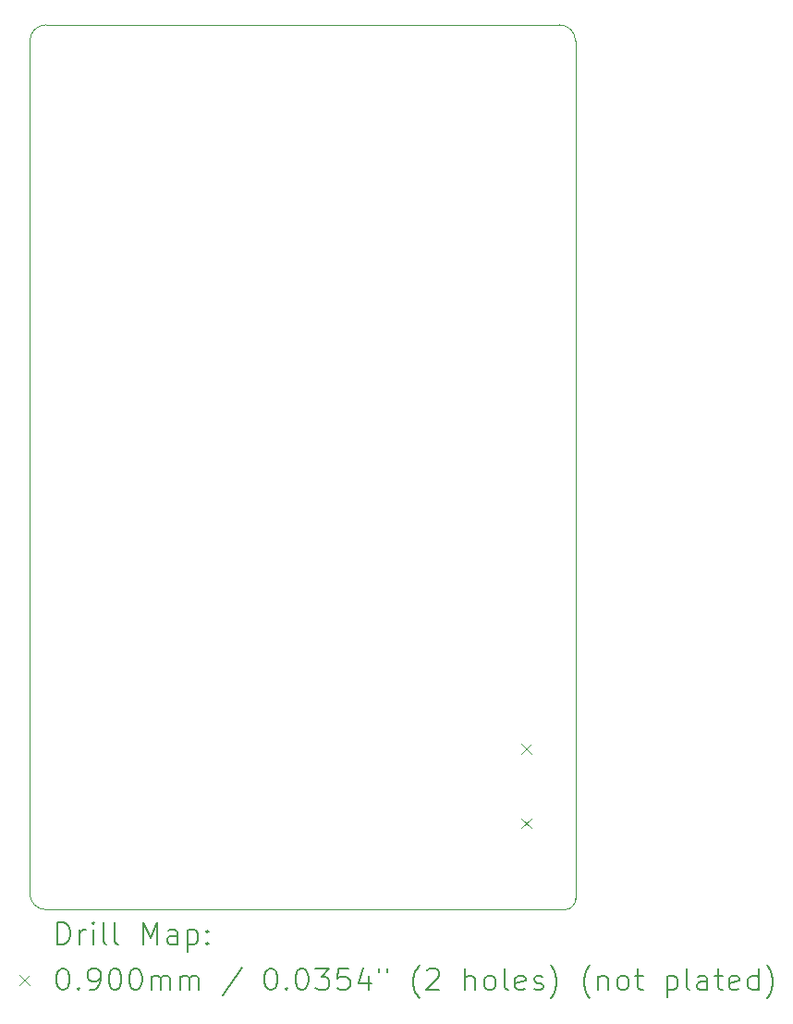
<source format=gbr>
%TF.GenerationSoftware,KiCad,Pcbnew,7.0.10-7.0.10~ubuntu22.04.1*%
%TF.CreationDate,2024-04-30T07:38:53+03:00*%
%TF.ProjectId,imu-mouse,696d752d-6d6f-4757-9365-2e6b69636164,v1*%
%TF.SameCoordinates,Original*%
%TF.FileFunction,Drillmap*%
%TF.FilePolarity,Positive*%
%FSLAX45Y45*%
G04 Gerber Fmt 4.5, Leading zero omitted, Abs format (unit mm)*
G04 Created by KiCad (PCBNEW 7.0.10-7.0.10~ubuntu22.04.1) date 2024-04-30 07:38:53*
%MOMM*%
%LPD*%
G01*
G04 APERTURE LIST*
%ADD10C,0.100000*%
%ADD11C,0.200000*%
G04 APERTURE END LIST*
D10*
X11850000Y-20350000D02*
G75*
G03*
X11950000Y-20250000I0J100000D01*
G01*
X11950000Y-12400000D02*
G75*
G03*
X11800000Y-12250000I-150000J0D01*
G01*
X6950000Y-20200000D02*
X6950000Y-12400000D01*
X6950000Y-20200000D02*
G75*
G03*
X7100000Y-20350000I150000J0D01*
G01*
X7100000Y-12250000D02*
X11800000Y-12250000D01*
X11950000Y-20250000D02*
X11950000Y-12400000D01*
X7100000Y-20350000D02*
X11850000Y-20350000D01*
X7100000Y-12250000D02*
G75*
G03*
X6950000Y-12400000I0J-150000D01*
G01*
D11*
D10*
X11455000Y-18833000D02*
X11545000Y-18923000D01*
X11545000Y-18833000D02*
X11455000Y-18923000D01*
X11455000Y-19513000D02*
X11545000Y-19603000D01*
X11545000Y-19513000D02*
X11455000Y-19603000D01*
D11*
X7205777Y-20666484D02*
X7205777Y-20466484D01*
X7205777Y-20466484D02*
X7253396Y-20466484D01*
X7253396Y-20466484D02*
X7281967Y-20476008D01*
X7281967Y-20476008D02*
X7301015Y-20495055D01*
X7301015Y-20495055D02*
X7310539Y-20514103D01*
X7310539Y-20514103D02*
X7320062Y-20552198D01*
X7320062Y-20552198D02*
X7320062Y-20580770D01*
X7320062Y-20580770D02*
X7310539Y-20618865D01*
X7310539Y-20618865D02*
X7301015Y-20637912D01*
X7301015Y-20637912D02*
X7281967Y-20656960D01*
X7281967Y-20656960D02*
X7253396Y-20666484D01*
X7253396Y-20666484D02*
X7205777Y-20666484D01*
X7405777Y-20666484D02*
X7405777Y-20533150D01*
X7405777Y-20571246D02*
X7415301Y-20552198D01*
X7415301Y-20552198D02*
X7424824Y-20542674D01*
X7424824Y-20542674D02*
X7443872Y-20533150D01*
X7443872Y-20533150D02*
X7462920Y-20533150D01*
X7529586Y-20666484D02*
X7529586Y-20533150D01*
X7529586Y-20466484D02*
X7520062Y-20476008D01*
X7520062Y-20476008D02*
X7529586Y-20485531D01*
X7529586Y-20485531D02*
X7539110Y-20476008D01*
X7539110Y-20476008D02*
X7529586Y-20466484D01*
X7529586Y-20466484D02*
X7529586Y-20485531D01*
X7653396Y-20666484D02*
X7634348Y-20656960D01*
X7634348Y-20656960D02*
X7624824Y-20637912D01*
X7624824Y-20637912D02*
X7624824Y-20466484D01*
X7758158Y-20666484D02*
X7739110Y-20656960D01*
X7739110Y-20656960D02*
X7729586Y-20637912D01*
X7729586Y-20637912D02*
X7729586Y-20466484D01*
X7986729Y-20666484D02*
X7986729Y-20466484D01*
X7986729Y-20466484D02*
X8053396Y-20609341D01*
X8053396Y-20609341D02*
X8120062Y-20466484D01*
X8120062Y-20466484D02*
X8120062Y-20666484D01*
X8301015Y-20666484D02*
X8301015Y-20561722D01*
X8301015Y-20561722D02*
X8291491Y-20542674D01*
X8291491Y-20542674D02*
X8272443Y-20533150D01*
X8272443Y-20533150D02*
X8234348Y-20533150D01*
X8234348Y-20533150D02*
X8215301Y-20542674D01*
X8301015Y-20656960D02*
X8281967Y-20666484D01*
X8281967Y-20666484D02*
X8234348Y-20666484D01*
X8234348Y-20666484D02*
X8215301Y-20656960D01*
X8215301Y-20656960D02*
X8205777Y-20637912D01*
X8205777Y-20637912D02*
X8205777Y-20618865D01*
X8205777Y-20618865D02*
X8215301Y-20599817D01*
X8215301Y-20599817D02*
X8234348Y-20590293D01*
X8234348Y-20590293D02*
X8281967Y-20590293D01*
X8281967Y-20590293D02*
X8301015Y-20580770D01*
X8396253Y-20533150D02*
X8396253Y-20733150D01*
X8396253Y-20542674D02*
X8415301Y-20533150D01*
X8415301Y-20533150D02*
X8453396Y-20533150D01*
X8453396Y-20533150D02*
X8472444Y-20542674D01*
X8472444Y-20542674D02*
X8481967Y-20552198D01*
X8481967Y-20552198D02*
X8491491Y-20571246D01*
X8491491Y-20571246D02*
X8491491Y-20628389D01*
X8491491Y-20628389D02*
X8481967Y-20647436D01*
X8481967Y-20647436D02*
X8472444Y-20656960D01*
X8472444Y-20656960D02*
X8453396Y-20666484D01*
X8453396Y-20666484D02*
X8415301Y-20666484D01*
X8415301Y-20666484D02*
X8396253Y-20656960D01*
X8577205Y-20647436D02*
X8586729Y-20656960D01*
X8586729Y-20656960D02*
X8577205Y-20666484D01*
X8577205Y-20666484D02*
X8567682Y-20656960D01*
X8567682Y-20656960D02*
X8577205Y-20647436D01*
X8577205Y-20647436D02*
X8577205Y-20666484D01*
X8577205Y-20542674D02*
X8586729Y-20552198D01*
X8586729Y-20552198D02*
X8577205Y-20561722D01*
X8577205Y-20561722D02*
X8567682Y-20552198D01*
X8567682Y-20552198D02*
X8577205Y-20542674D01*
X8577205Y-20542674D02*
X8577205Y-20561722D01*
D10*
X6855000Y-20950000D02*
X6945000Y-21040000D01*
X6945000Y-20950000D02*
X6855000Y-21040000D01*
D11*
X7243872Y-20886484D02*
X7262920Y-20886484D01*
X7262920Y-20886484D02*
X7281967Y-20896008D01*
X7281967Y-20896008D02*
X7291491Y-20905531D01*
X7291491Y-20905531D02*
X7301015Y-20924579D01*
X7301015Y-20924579D02*
X7310539Y-20962674D01*
X7310539Y-20962674D02*
X7310539Y-21010293D01*
X7310539Y-21010293D02*
X7301015Y-21048389D01*
X7301015Y-21048389D02*
X7291491Y-21067436D01*
X7291491Y-21067436D02*
X7281967Y-21076960D01*
X7281967Y-21076960D02*
X7262920Y-21086484D01*
X7262920Y-21086484D02*
X7243872Y-21086484D01*
X7243872Y-21086484D02*
X7224824Y-21076960D01*
X7224824Y-21076960D02*
X7215301Y-21067436D01*
X7215301Y-21067436D02*
X7205777Y-21048389D01*
X7205777Y-21048389D02*
X7196253Y-21010293D01*
X7196253Y-21010293D02*
X7196253Y-20962674D01*
X7196253Y-20962674D02*
X7205777Y-20924579D01*
X7205777Y-20924579D02*
X7215301Y-20905531D01*
X7215301Y-20905531D02*
X7224824Y-20896008D01*
X7224824Y-20896008D02*
X7243872Y-20886484D01*
X7396253Y-21067436D02*
X7405777Y-21076960D01*
X7405777Y-21076960D02*
X7396253Y-21086484D01*
X7396253Y-21086484D02*
X7386729Y-21076960D01*
X7386729Y-21076960D02*
X7396253Y-21067436D01*
X7396253Y-21067436D02*
X7396253Y-21086484D01*
X7501015Y-21086484D02*
X7539110Y-21086484D01*
X7539110Y-21086484D02*
X7558158Y-21076960D01*
X7558158Y-21076960D02*
X7567682Y-21067436D01*
X7567682Y-21067436D02*
X7586729Y-21038865D01*
X7586729Y-21038865D02*
X7596253Y-21000770D01*
X7596253Y-21000770D02*
X7596253Y-20924579D01*
X7596253Y-20924579D02*
X7586729Y-20905531D01*
X7586729Y-20905531D02*
X7577205Y-20896008D01*
X7577205Y-20896008D02*
X7558158Y-20886484D01*
X7558158Y-20886484D02*
X7520062Y-20886484D01*
X7520062Y-20886484D02*
X7501015Y-20896008D01*
X7501015Y-20896008D02*
X7491491Y-20905531D01*
X7491491Y-20905531D02*
X7481967Y-20924579D01*
X7481967Y-20924579D02*
X7481967Y-20972198D01*
X7481967Y-20972198D02*
X7491491Y-20991246D01*
X7491491Y-20991246D02*
X7501015Y-21000770D01*
X7501015Y-21000770D02*
X7520062Y-21010293D01*
X7520062Y-21010293D02*
X7558158Y-21010293D01*
X7558158Y-21010293D02*
X7577205Y-21000770D01*
X7577205Y-21000770D02*
X7586729Y-20991246D01*
X7586729Y-20991246D02*
X7596253Y-20972198D01*
X7720062Y-20886484D02*
X7739110Y-20886484D01*
X7739110Y-20886484D02*
X7758158Y-20896008D01*
X7758158Y-20896008D02*
X7767682Y-20905531D01*
X7767682Y-20905531D02*
X7777205Y-20924579D01*
X7777205Y-20924579D02*
X7786729Y-20962674D01*
X7786729Y-20962674D02*
X7786729Y-21010293D01*
X7786729Y-21010293D02*
X7777205Y-21048389D01*
X7777205Y-21048389D02*
X7767682Y-21067436D01*
X7767682Y-21067436D02*
X7758158Y-21076960D01*
X7758158Y-21076960D02*
X7739110Y-21086484D01*
X7739110Y-21086484D02*
X7720062Y-21086484D01*
X7720062Y-21086484D02*
X7701015Y-21076960D01*
X7701015Y-21076960D02*
X7691491Y-21067436D01*
X7691491Y-21067436D02*
X7681967Y-21048389D01*
X7681967Y-21048389D02*
X7672443Y-21010293D01*
X7672443Y-21010293D02*
X7672443Y-20962674D01*
X7672443Y-20962674D02*
X7681967Y-20924579D01*
X7681967Y-20924579D02*
X7691491Y-20905531D01*
X7691491Y-20905531D02*
X7701015Y-20896008D01*
X7701015Y-20896008D02*
X7720062Y-20886484D01*
X7910539Y-20886484D02*
X7929586Y-20886484D01*
X7929586Y-20886484D02*
X7948634Y-20896008D01*
X7948634Y-20896008D02*
X7958158Y-20905531D01*
X7958158Y-20905531D02*
X7967682Y-20924579D01*
X7967682Y-20924579D02*
X7977205Y-20962674D01*
X7977205Y-20962674D02*
X7977205Y-21010293D01*
X7977205Y-21010293D02*
X7967682Y-21048389D01*
X7967682Y-21048389D02*
X7958158Y-21067436D01*
X7958158Y-21067436D02*
X7948634Y-21076960D01*
X7948634Y-21076960D02*
X7929586Y-21086484D01*
X7929586Y-21086484D02*
X7910539Y-21086484D01*
X7910539Y-21086484D02*
X7891491Y-21076960D01*
X7891491Y-21076960D02*
X7881967Y-21067436D01*
X7881967Y-21067436D02*
X7872443Y-21048389D01*
X7872443Y-21048389D02*
X7862920Y-21010293D01*
X7862920Y-21010293D02*
X7862920Y-20962674D01*
X7862920Y-20962674D02*
X7872443Y-20924579D01*
X7872443Y-20924579D02*
X7881967Y-20905531D01*
X7881967Y-20905531D02*
X7891491Y-20896008D01*
X7891491Y-20896008D02*
X7910539Y-20886484D01*
X8062920Y-21086484D02*
X8062920Y-20953150D01*
X8062920Y-20972198D02*
X8072443Y-20962674D01*
X8072443Y-20962674D02*
X8091491Y-20953150D01*
X8091491Y-20953150D02*
X8120063Y-20953150D01*
X8120063Y-20953150D02*
X8139110Y-20962674D01*
X8139110Y-20962674D02*
X8148634Y-20981722D01*
X8148634Y-20981722D02*
X8148634Y-21086484D01*
X8148634Y-20981722D02*
X8158158Y-20962674D01*
X8158158Y-20962674D02*
X8177205Y-20953150D01*
X8177205Y-20953150D02*
X8205777Y-20953150D01*
X8205777Y-20953150D02*
X8224824Y-20962674D01*
X8224824Y-20962674D02*
X8234348Y-20981722D01*
X8234348Y-20981722D02*
X8234348Y-21086484D01*
X8329586Y-21086484D02*
X8329586Y-20953150D01*
X8329586Y-20972198D02*
X8339110Y-20962674D01*
X8339110Y-20962674D02*
X8358158Y-20953150D01*
X8358158Y-20953150D02*
X8386729Y-20953150D01*
X8386729Y-20953150D02*
X8405777Y-20962674D01*
X8405777Y-20962674D02*
X8415301Y-20981722D01*
X8415301Y-20981722D02*
X8415301Y-21086484D01*
X8415301Y-20981722D02*
X8424825Y-20962674D01*
X8424825Y-20962674D02*
X8443872Y-20953150D01*
X8443872Y-20953150D02*
X8472444Y-20953150D01*
X8472444Y-20953150D02*
X8491491Y-20962674D01*
X8491491Y-20962674D02*
X8501015Y-20981722D01*
X8501015Y-20981722D02*
X8501015Y-21086484D01*
X8891491Y-20876960D02*
X8720063Y-21134103D01*
X9148634Y-20886484D02*
X9167682Y-20886484D01*
X9167682Y-20886484D02*
X9186729Y-20896008D01*
X9186729Y-20896008D02*
X9196253Y-20905531D01*
X9196253Y-20905531D02*
X9205777Y-20924579D01*
X9205777Y-20924579D02*
X9215301Y-20962674D01*
X9215301Y-20962674D02*
X9215301Y-21010293D01*
X9215301Y-21010293D02*
X9205777Y-21048389D01*
X9205777Y-21048389D02*
X9196253Y-21067436D01*
X9196253Y-21067436D02*
X9186729Y-21076960D01*
X9186729Y-21076960D02*
X9167682Y-21086484D01*
X9167682Y-21086484D02*
X9148634Y-21086484D01*
X9148634Y-21086484D02*
X9129587Y-21076960D01*
X9129587Y-21076960D02*
X9120063Y-21067436D01*
X9120063Y-21067436D02*
X9110539Y-21048389D01*
X9110539Y-21048389D02*
X9101015Y-21010293D01*
X9101015Y-21010293D02*
X9101015Y-20962674D01*
X9101015Y-20962674D02*
X9110539Y-20924579D01*
X9110539Y-20924579D02*
X9120063Y-20905531D01*
X9120063Y-20905531D02*
X9129587Y-20896008D01*
X9129587Y-20896008D02*
X9148634Y-20886484D01*
X9301015Y-21067436D02*
X9310539Y-21076960D01*
X9310539Y-21076960D02*
X9301015Y-21086484D01*
X9301015Y-21086484D02*
X9291491Y-21076960D01*
X9291491Y-21076960D02*
X9301015Y-21067436D01*
X9301015Y-21067436D02*
X9301015Y-21086484D01*
X9434348Y-20886484D02*
X9453396Y-20886484D01*
X9453396Y-20886484D02*
X9472444Y-20896008D01*
X9472444Y-20896008D02*
X9481968Y-20905531D01*
X9481968Y-20905531D02*
X9491491Y-20924579D01*
X9491491Y-20924579D02*
X9501015Y-20962674D01*
X9501015Y-20962674D02*
X9501015Y-21010293D01*
X9501015Y-21010293D02*
X9491491Y-21048389D01*
X9491491Y-21048389D02*
X9481968Y-21067436D01*
X9481968Y-21067436D02*
X9472444Y-21076960D01*
X9472444Y-21076960D02*
X9453396Y-21086484D01*
X9453396Y-21086484D02*
X9434348Y-21086484D01*
X9434348Y-21086484D02*
X9415301Y-21076960D01*
X9415301Y-21076960D02*
X9405777Y-21067436D01*
X9405777Y-21067436D02*
X9396253Y-21048389D01*
X9396253Y-21048389D02*
X9386729Y-21010293D01*
X9386729Y-21010293D02*
X9386729Y-20962674D01*
X9386729Y-20962674D02*
X9396253Y-20924579D01*
X9396253Y-20924579D02*
X9405777Y-20905531D01*
X9405777Y-20905531D02*
X9415301Y-20896008D01*
X9415301Y-20896008D02*
X9434348Y-20886484D01*
X9567682Y-20886484D02*
X9691491Y-20886484D01*
X9691491Y-20886484D02*
X9624825Y-20962674D01*
X9624825Y-20962674D02*
X9653396Y-20962674D01*
X9653396Y-20962674D02*
X9672444Y-20972198D01*
X9672444Y-20972198D02*
X9681968Y-20981722D01*
X9681968Y-20981722D02*
X9691491Y-21000770D01*
X9691491Y-21000770D02*
X9691491Y-21048389D01*
X9691491Y-21048389D02*
X9681968Y-21067436D01*
X9681968Y-21067436D02*
X9672444Y-21076960D01*
X9672444Y-21076960D02*
X9653396Y-21086484D01*
X9653396Y-21086484D02*
X9596253Y-21086484D01*
X9596253Y-21086484D02*
X9577206Y-21076960D01*
X9577206Y-21076960D02*
X9567682Y-21067436D01*
X9872444Y-20886484D02*
X9777206Y-20886484D01*
X9777206Y-20886484D02*
X9767682Y-20981722D01*
X9767682Y-20981722D02*
X9777206Y-20972198D01*
X9777206Y-20972198D02*
X9796253Y-20962674D01*
X9796253Y-20962674D02*
X9843872Y-20962674D01*
X9843872Y-20962674D02*
X9862920Y-20972198D01*
X9862920Y-20972198D02*
X9872444Y-20981722D01*
X9872444Y-20981722D02*
X9881968Y-21000770D01*
X9881968Y-21000770D02*
X9881968Y-21048389D01*
X9881968Y-21048389D02*
X9872444Y-21067436D01*
X9872444Y-21067436D02*
X9862920Y-21076960D01*
X9862920Y-21076960D02*
X9843872Y-21086484D01*
X9843872Y-21086484D02*
X9796253Y-21086484D01*
X9796253Y-21086484D02*
X9777206Y-21076960D01*
X9777206Y-21076960D02*
X9767682Y-21067436D01*
X10053396Y-20953150D02*
X10053396Y-21086484D01*
X10005777Y-20876960D02*
X9958158Y-21019817D01*
X9958158Y-21019817D02*
X10081968Y-21019817D01*
X10148634Y-20886484D02*
X10148634Y-20924579D01*
X10224825Y-20886484D02*
X10224825Y-20924579D01*
X10520063Y-21162674D02*
X10510539Y-21153150D01*
X10510539Y-21153150D02*
X10491491Y-21124579D01*
X10491491Y-21124579D02*
X10481968Y-21105531D01*
X10481968Y-21105531D02*
X10472444Y-21076960D01*
X10472444Y-21076960D02*
X10462920Y-21029341D01*
X10462920Y-21029341D02*
X10462920Y-20991246D01*
X10462920Y-20991246D02*
X10472444Y-20943627D01*
X10472444Y-20943627D02*
X10481968Y-20915055D01*
X10481968Y-20915055D02*
X10491491Y-20896008D01*
X10491491Y-20896008D02*
X10510539Y-20867436D01*
X10510539Y-20867436D02*
X10520063Y-20857912D01*
X10586730Y-20905531D02*
X10596253Y-20896008D01*
X10596253Y-20896008D02*
X10615301Y-20886484D01*
X10615301Y-20886484D02*
X10662920Y-20886484D01*
X10662920Y-20886484D02*
X10681968Y-20896008D01*
X10681968Y-20896008D02*
X10691491Y-20905531D01*
X10691491Y-20905531D02*
X10701015Y-20924579D01*
X10701015Y-20924579D02*
X10701015Y-20943627D01*
X10701015Y-20943627D02*
X10691491Y-20972198D01*
X10691491Y-20972198D02*
X10577206Y-21086484D01*
X10577206Y-21086484D02*
X10701015Y-21086484D01*
X10939111Y-21086484D02*
X10939111Y-20886484D01*
X11024825Y-21086484D02*
X11024825Y-20981722D01*
X11024825Y-20981722D02*
X11015301Y-20962674D01*
X11015301Y-20962674D02*
X10996253Y-20953150D01*
X10996253Y-20953150D02*
X10967682Y-20953150D01*
X10967682Y-20953150D02*
X10948634Y-20962674D01*
X10948634Y-20962674D02*
X10939111Y-20972198D01*
X11148634Y-21086484D02*
X11129587Y-21076960D01*
X11129587Y-21076960D02*
X11120063Y-21067436D01*
X11120063Y-21067436D02*
X11110539Y-21048389D01*
X11110539Y-21048389D02*
X11110539Y-20991246D01*
X11110539Y-20991246D02*
X11120063Y-20972198D01*
X11120063Y-20972198D02*
X11129587Y-20962674D01*
X11129587Y-20962674D02*
X11148634Y-20953150D01*
X11148634Y-20953150D02*
X11177206Y-20953150D01*
X11177206Y-20953150D02*
X11196253Y-20962674D01*
X11196253Y-20962674D02*
X11205777Y-20972198D01*
X11205777Y-20972198D02*
X11215301Y-20991246D01*
X11215301Y-20991246D02*
X11215301Y-21048389D01*
X11215301Y-21048389D02*
X11205777Y-21067436D01*
X11205777Y-21067436D02*
X11196253Y-21076960D01*
X11196253Y-21076960D02*
X11177206Y-21086484D01*
X11177206Y-21086484D02*
X11148634Y-21086484D01*
X11329587Y-21086484D02*
X11310539Y-21076960D01*
X11310539Y-21076960D02*
X11301015Y-21057912D01*
X11301015Y-21057912D02*
X11301015Y-20886484D01*
X11481968Y-21076960D02*
X11462920Y-21086484D01*
X11462920Y-21086484D02*
X11424825Y-21086484D01*
X11424825Y-21086484D02*
X11405777Y-21076960D01*
X11405777Y-21076960D02*
X11396253Y-21057912D01*
X11396253Y-21057912D02*
X11396253Y-20981722D01*
X11396253Y-20981722D02*
X11405777Y-20962674D01*
X11405777Y-20962674D02*
X11424825Y-20953150D01*
X11424825Y-20953150D02*
X11462920Y-20953150D01*
X11462920Y-20953150D02*
X11481968Y-20962674D01*
X11481968Y-20962674D02*
X11491491Y-20981722D01*
X11491491Y-20981722D02*
X11491491Y-21000770D01*
X11491491Y-21000770D02*
X11396253Y-21019817D01*
X11567682Y-21076960D02*
X11586730Y-21086484D01*
X11586730Y-21086484D02*
X11624825Y-21086484D01*
X11624825Y-21086484D02*
X11643872Y-21076960D01*
X11643872Y-21076960D02*
X11653396Y-21057912D01*
X11653396Y-21057912D02*
X11653396Y-21048389D01*
X11653396Y-21048389D02*
X11643872Y-21029341D01*
X11643872Y-21029341D02*
X11624825Y-21019817D01*
X11624825Y-21019817D02*
X11596253Y-21019817D01*
X11596253Y-21019817D02*
X11577206Y-21010293D01*
X11577206Y-21010293D02*
X11567682Y-20991246D01*
X11567682Y-20991246D02*
X11567682Y-20981722D01*
X11567682Y-20981722D02*
X11577206Y-20962674D01*
X11577206Y-20962674D02*
X11596253Y-20953150D01*
X11596253Y-20953150D02*
X11624825Y-20953150D01*
X11624825Y-20953150D02*
X11643872Y-20962674D01*
X11720063Y-21162674D02*
X11729587Y-21153150D01*
X11729587Y-21153150D02*
X11748634Y-21124579D01*
X11748634Y-21124579D02*
X11758158Y-21105531D01*
X11758158Y-21105531D02*
X11767682Y-21076960D01*
X11767682Y-21076960D02*
X11777206Y-21029341D01*
X11777206Y-21029341D02*
X11777206Y-20991246D01*
X11777206Y-20991246D02*
X11767682Y-20943627D01*
X11767682Y-20943627D02*
X11758158Y-20915055D01*
X11758158Y-20915055D02*
X11748634Y-20896008D01*
X11748634Y-20896008D02*
X11729587Y-20867436D01*
X11729587Y-20867436D02*
X11720063Y-20857912D01*
X12081968Y-21162674D02*
X12072444Y-21153150D01*
X12072444Y-21153150D02*
X12053396Y-21124579D01*
X12053396Y-21124579D02*
X12043872Y-21105531D01*
X12043872Y-21105531D02*
X12034349Y-21076960D01*
X12034349Y-21076960D02*
X12024825Y-21029341D01*
X12024825Y-21029341D02*
X12024825Y-20991246D01*
X12024825Y-20991246D02*
X12034349Y-20943627D01*
X12034349Y-20943627D02*
X12043872Y-20915055D01*
X12043872Y-20915055D02*
X12053396Y-20896008D01*
X12053396Y-20896008D02*
X12072444Y-20867436D01*
X12072444Y-20867436D02*
X12081968Y-20857912D01*
X12158158Y-20953150D02*
X12158158Y-21086484D01*
X12158158Y-20972198D02*
X12167682Y-20962674D01*
X12167682Y-20962674D02*
X12186730Y-20953150D01*
X12186730Y-20953150D02*
X12215301Y-20953150D01*
X12215301Y-20953150D02*
X12234349Y-20962674D01*
X12234349Y-20962674D02*
X12243872Y-20981722D01*
X12243872Y-20981722D02*
X12243872Y-21086484D01*
X12367682Y-21086484D02*
X12348634Y-21076960D01*
X12348634Y-21076960D02*
X12339111Y-21067436D01*
X12339111Y-21067436D02*
X12329587Y-21048389D01*
X12329587Y-21048389D02*
X12329587Y-20991246D01*
X12329587Y-20991246D02*
X12339111Y-20972198D01*
X12339111Y-20972198D02*
X12348634Y-20962674D01*
X12348634Y-20962674D02*
X12367682Y-20953150D01*
X12367682Y-20953150D02*
X12396253Y-20953150D01*
X12396253Y-20953150D02*
X12415301Y-20962674D01*
X12415301Y-20962674D02*
X12424825Y-20972198D01*
X12424825Y-20972198D02*
X12434349Y-20991246D01*
X12434349Y-20991246D02*
X12434349Y-21048389D01*
X12434349Y-21048389D02*
X12424825Y-21067436D01*
X12424825Y-21067436D02*
X12415301Y-21076960D01*
X12415301Y-21076960D02*
X12396253Y-21086484D01*
X12396253Y-21086484D02*
X12367682Y-21086484D01*
X12491492Y-20953150D02*
X12567682Y-20953150D01*
X12520063Y-20886484D02*
X12520063Y-21057912D01*
X12520063Y-21057912D02*
X12529587Y-21076960D01*
X12529587Y-21076960D02*
X12548634Y-21086484D01*
X12548634Y-21086484D02*
X12567682Y-21086484D01*
X12786730Y-20953150D02*
X12786730Y-21153150D01*
X12786730Y-20962674D02*
X12805777Y-20953150D01*
X12805777Y-20953150D02*
X12843873Y-20953150D01*
X12843873Y-20953150D02*
X12862920Y-20962674D01*
X12862920Y-20962674D02*
X12872444Y-20972198D01*
X12872444Y-20972198D02*
X12881968Y-20991246D01*
X12881968Y-20991246D02*
X12881968Y-21048389D01*
X12881968Y-21048389D02*
X12872444Y-21067436D01*
X12872444Y-21067436D02*
X12862920Y-21076960D01*
X12862920Y-21076960D02*
X12843873Y-21086484D01*
X12843873Y-21086484D02*
X12805777Y-21086484D01*
X12805777Y-21086484D02*
X12786730Y-21076960D01*
X12996253Y-21086484D02*
X12977206Y-21076960D01*
X12977206Y-21076960D02*
X12967682Y-21057912D01*
X12967682Y-21057912D02*
X12967682Y-20886484D01*
X13158158Y-21086484D02*
X13158158Y-20981722D01*
X13158158Y-20981722D02*
X13148634Y-20962674D01*
X13148634Y-20962674D02*
X13129587Y-20953150D01*
X13129587Y-20953150D02*
X13091492Y-20953150D01*
X13091492Y-20953150D02*
X13072444Y-20962674D01*
X13158158Y-21076960D02*
X13139111Y-21086484D01*
X13139111Y-21086484D02*
X13091492Y-21086484D01*
X13091492Y-21086484D02*
X13072444Y-21076960D01*
X13072444Y-21076960D02*
X13062920Y-21057912D01*
X13062920Y-21057912D02*
X13062920Y-21038865D01*
X13062920Y-21038865D02*
X13072444Y-21019817D01*
X13072444Y-21019817D02*
X13091492Y-21010293D01*
X13091492Y-21010293D02*
X13139111Y-21010293D01*
X13139111Y-21010293D02*
X13158158Y-21000770D01*
X13224825Y-20953150D02*
X13301015Y-20953150D01*
X13253396Y-20886484D02*
X13253396Y-21057912D01*
X13253396Y-21057912D02*
X13262920Y-21076960D01*
X13262920Y-21076960D02*
X13281968Y-21086484D01*
X13281968Y-21086484D02*
X13301015Y-21086484D01*
X13443873Y-21076960D02*
X13424825Y-21086484D01*
X13424825Y-21086484D02*
X13386730Y-21086484D01*
X13386730Y-21086484D02*
X13367682Y-21076960D01*
X13367682Y-21076960D02*
X13358158Y-21057912D01*
X13358158Y-21057912D02*
X13358158Y-20981722D01*
X13358158Y-20981722D02*
X13367682Y-20962674D01*
X13367682Y-20962674D02*
X13386730Y-20953150D01*
X13386730Y-20953150D02*
X13424825Y-20953150D01*
X13424825Y-20953150D02*
X13443873Y-20962674D01*
X13443873Y-20962674D02*
X13453396Y-20981722D01*
X13453396Y-20981722D02*
X13453396Y-21000770D01*
X13453396Y-21000770D02*
X13358158Y-21019817D01*
X13624825Y-21086484D02*
X13624825Y-20886484D01*
X13624825Y-21076960D02*
X13605777Y-21086484D01*
X13605777Y-21086484D02*
X13567682Y-21086484D01*
X13567682Y-21086484D02*
X13548634Y-21076960D01*
X13548634Y-21076960D02*
X13539111Y-21067436D01*
X13539111Y-21067436D02*
X13529587Y-21048389D01*
X13529587Y-21048389D02*
X13529587Y-20991246D01*
X13529587Y-20991246D02*
X13539111Y-20972198D01*
X13539111Y-20972198D02*
X13548634Y-20962674D01*
X13548634Y-20962674D02*
X13567682Y-20953150D01*
X13567682Y-20953150D02*
X13605777Y-20953150D01*
X13605777Y-20953150D02*
X13624825Y-20962674D01*
X13701015Y-21162674D02*
X13710539Y-21153150D01*
X13710539Y-21153150D02*
X13729587Y-21124579D01*
X13729587Y-21124579D02*
X13739111Y-21105531D01*
X13739111Y-21105531D02*
X13748634Y-21076960D01*
X13748634Y-21076960D02*
X13758158Y-21029341D01*
X13758158Y-21029341D02*
X13758158Y-20991246D01*
X13758158Y-20991246D02*
X13748634Y-20943627D01*
X13748634Y-20943627D02*
X13739111Y-20915055D01*
X13739111Y-20915055D02*
X13729587Y-20896008D01*
X13729587Y-20896008D02*
X13710539Y-20867436D01*
X13710539Y-20867436D02*
X13701015Y-20857912D01*
M02*

</source>
